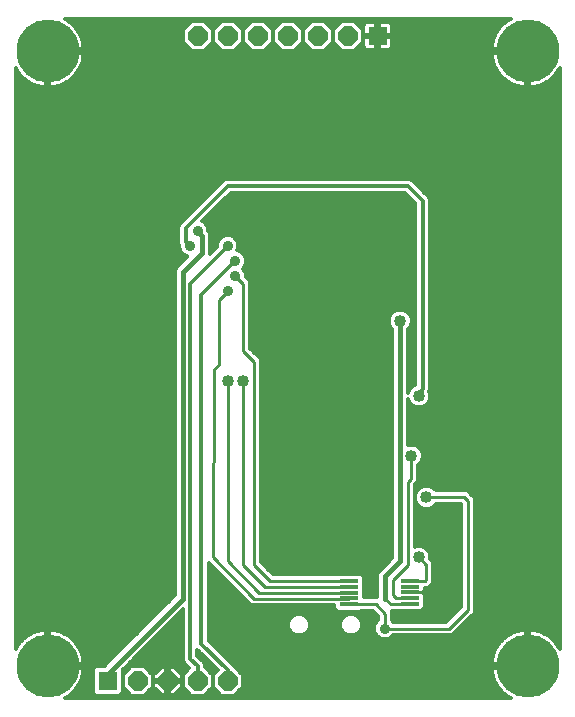
<source format=gbl>
G75*
G70*
%OFA0B0*%
%FSLAX24Y24*%
%IPPOS*%
%LPD*%
%AMOC8*
5,1,8,0,0,1.08239X$1,22.5*
%
%ADD10R,0.0630X0.0118*%
%ADD11R,0.0640X0.0640*%
%ADD12OC8,0.0640*%
%ADD13C,0.2100*%
%ADD14C,0.0350*%
%ADD15C,0.0120*%
%ADD16C,0.0400*%
%ADD17C,0.0100*%
%ADD18C,0.0160*%
D10*
X011570Y008399D03*
X011570Y008596D03*
X011570Y008792D03*
X011570Y008989D03*
X011570Y009186D03*
X013592Y009189D03*
X013592Y008992D03*
X013592Y008796D03*
X013592Y008599D03*
X013592Y008402D03*
D11*
X003521Y005844D03*
X012521Y027344D03*
D12*
X011521Y027344D03*
X010521Y027344D03*
X009521Y027344D03*
X008521Y027344D03*
X007521Y027344D03*
X006521Y027344D03*
X006521Y005844D03*
X005521Y005844D03*
X004521Y005844D03*
X007521Y005844D03*
D13*
X001521Y006344D03*
X001521Y026844D03*
X017521Y026844D03*
X017521Y006344D03*
D14*
X012771Y007594D03*
X007521Y018844D03*
X007771Y019344D03*
X007771Y019844D03*
X007521Y020344D03*
X006521Y020844D03*
X006271Y020344D03*
D15*
X002107Y005283D02*
X002088Y005274D01*
X016954Y005274D01*
X016935Y005283D01*
X016820Y005356D01*
X016714Y005440D01*
X016617Y005536D01*
X016533Y005643D01*
X016460Y005758D01*
X016401Y005880D01*
X016357Y006008D01*
X016326Y006141D01*
X016311Y006276D01*
X016311Y006284D01*
X017461Y006284D01*
X017461Y006404D01*
X017461Y007554D01*
X017453Y007554D01*
X017318Y007539D01*
X017186Y007508D01*
X017057Y007464D01*
X016935Y007405D01*
X016820Y007332D01*
X016714Y007248D01*
X016617Y007151D01*
X016533Y007045D01*
X016460Y006930D01*
X016401Y006808D01*
X016357Y006679D01*
X016326Y006547D01*
X016311Y006412D01*
X016311Y006404D01*
X017461Y006404D01*
X017581Y006404D01*
X017581Y007554D01*
X017589Y007554D01*
X017724Y007539D01*
X017857Y007508D01*
X017985Y007464D01*
X018107Y007405D01*
X018222Y007332D01*
X018329Y007248D01*
X018425Y007151D01*
X018509Y007045D01*
X018582Y006930D01*
X018591Y006911D01*
X018591Y026277D01*
X018582Y026258D01*
X018509Y026143D01*
X018425Y026036D01*
X018329Y025940D01*
X018222Y025856D01*
X018107Y025783D01*
X017985Y025724D01*
X017857Y025679D01*
X017724Y025649D01*
X017589Y025634D01*
X017581Y025634D01*
X017581Y026784D01*
X017461Y026784D01*
X016311Y026784D01*
X016311Y026776D01*
X016326Y026641D01*
X016357Y026508D01*
X016401Y026380D01*
X016460Y026258D01*
X016533Y026143D01*
X016617Y026036D01*
X016714Y025940D01*
X016820Y025856D01*
X016935Y025783D01*
X017057Y025724D01*
X017186Y025679D01*
X017318Y025649D01*
X017453Y025634D01*
X017461Y025634D01*
X017461Y026784D01*
X017461Y026904D01*
X016311Y026904D01*
X016311Y026912D01*
X016326Y027047D01*
X016357Y027179D01*
X016401Y027308D01*
X016460Y027430D01*
X016533Y027545D01*
X016617Y027651D01*
X016714Y027748D01*
X016820Y027832D01*
X016935Y027905D01*
X016954Y027914D01*
X002088Y027914D01*
X002107Y027905D01*
X002222Y027832D01*
X002329Y027748D01*
X002425Y027651D01*
X002509Y027545D01*
X002582Y027430D01*
X002641Y027308D01*
X002686Y027179D01*
X002716Y027047D01*
X002731Y026912D01*
X002731Y026904D01*
X001581Y026904D01*
X001581Y026784D01*
X002731Y026784D01*
X002731Y026776D01*
X002716Y026641D01*
X002686Y026508D01*
X002641Y026380D01*
X002582Y026258D01*
X002509Y026143D01*
X002425Y026036D01*
X002329Y025940D01*
X002222Y025856D01*
X002107Y025783D01*
X001985Y025724D01*
X001857Y025679D01*
X001724Y025649D01*
X001589Y025634D01*
X001581Y025634D01*
X001581Y026784D01*
X001461Y026784D01*
X001461Y025634D01*
X001453Y025634D01*
X001318Y025649D01*
X001186Y025679D01*
X001057Y025724D01*
X000935Y025783D01*
X000820Y025856D01*
X000714Y025940D01*
X000617Y026036D01*
X000533Y026143D01*
X000460Y026258D01*
X000451Y026277D01*
X000451Y006911D01*
X000460Y006930D01*
X000533Y007045D01*
X000617Y007151D01*
X000714Y007248D01*
X000820Y007332D01*
X000935Y007405D01*
X001057Y007464D01*
X001186Y007508D01*
X001318Y007539D01*
X001453Y007554D01*
X001461Y007554D01*
X001461Y006404D01*
X001581Y006404D01*
X001581Y007554D01*
X001589Y007554D01*
X001724Y007539D01*
X001857Y007508D01*
X001985Y007464D01*
X002107Y007405D01*
X002222Y007332D01*
X002329Y007248D01*
X002425Y007151D01*
X002509Y007045D01*
X002582Y006930D01*
X002641Y006808D01*
X002686Y006679D01*
X002716Y006547D01*
X002731Y006412D01*
X002731Y006404D01*
X001581Y006404D01*
X001581Y006284D01*
X002731Y006284D01*
X002731Y006276D01*
X002716Y006141D01*
X002686Y006008D01*
X002641Y005880D01*
X002582Y005758D01*
X002509Y005643D01*
X002425Y005536D01*
X002329Y005440D01*
X002222Y005356D01*
X002107Y005283D01*
X002122Y005292D02*
X016920Y005292D01*
X016750Y005411D02*
X007795Y005411D01*
X007728Y005344D02*
X008021Y005637D01*
X008021Y006051D01*
X007730Y006342D01*
X007725Y006355D01*
X006886Y007193D01*
X006886Y009778D01*
X006924Y009740D01*
X006925Y009740D01*
X008301Y008364D01*
X008491Y008364D01*
X011076Y008364D01*
X011076Y008265D01*
X011181Y008160D01*
X011960Y008160D01*
X011969Y008169D01*
X012371Y008169D01*
X012541Y007999D01*
X012541Y007866D01*
X012470Y007795D01*
X012416Y007665D01*
X012416Y007523D01*
X012470Y007393D01*
X012570Y007293D01*
X012700Y007239D01*
X012842Y007239D01*
X012972Y007293D01*
X013043Y007364D01*
X014991Y007364D01*
X015126Y007499D01*
X015751Y008124D01*
X015751Y008314D01*
X015751Y011939D01*
X015626Y012064D01*
X015626Y012064D01*
X015491Y012199D01*
X014454Y012199D01*
X014361Y012291D01*
X014222Y012349D01*
X014070Y012349D01*
X013931Y012291D01*
X013824Y012184D01*
X013766Y012045D01*
X013766Y011893D01*
X013824Y011754D01*
X013931Y011647D01*
X014070Y011589D01*
X014222Y011589D01*
X014361Y011647D01*
X014454Y011739D01*
X015291Y011739D01*
X015291Y008314D01*
X014801Y007824D01*
X013043Y007824D01*
X013001Y007866D01*
X013001Y007999D01*
X013001Y008172D01*
X013058Y008172D01*
X013193Y008172D01*
X013202Y008163D01*
X013981Y008163D01*
X014087Y008268D01*
X014087Y008465D01*
X014087Y008732D01*
X014067Y008752D01*
X014067Y008795D01*
X014024Y008795D01*
X014023Y008795D01*
X014024Y008796D01*
X014067Y008796D01*
X014067Y008839D01*
X014087Y008859D01*
X014087Y008959D01*
X014212Y008959D01*
X014241Y008989D01*
X014376Y009124D01*
X014376Y009624D01*
X014376Y009814D01*
X014276Y009914D01*
X014276Y010045D01*
X014218Y010184D01*
X014111Y010291D01*
X013972Y010349D01*
X013820Y010349D01*
X013751Y010320D01*
X013751Y012374D01*
X013876Y012499D01*
X013876Y013036D01*
X013968Y013129D01*
X014026Y013268D01*
X014026Y013420D01*
X013968Y013559D01*
X013861Y013666D01*
X013722Y013724D01*
X013570Y013724D01*
X013531Y013708D01*
X013531Y015232D01*
X013574Y015129D01*
X013681Y015022D01*
X013820Y014964D01*
X013972Y014964D01*
X014111Y015022D01*
X014218Y015129D01*
X014276Y015268D01*
X014276Y015420D01*
X014243Y015500D01*
X014257Y015529D01*
X014258Y015538D01*
X014261Y015546D01*
X014261Y015585D01*
X014264Y015625D01*
X014261Y015633D01*
X014261Y021892D01*
X014225Y021980D01*
X014157Y022047D01*
X013657Y022547D01*
X013569Y022584D01*
X013473Y022584D01*
X007473Y022584D01*
X007385Y022547D01*
X007318Y022480D01*
X005918Y021080D01*
X005881Y020992D01*
X005881Y020896D01*
X005881Y020446D01*
X005916Y020362D01*
X005916Y020273D01*
X005970Y020143D01*
X006070Y020043D01*
X006181Y019997D01*
X005801Y019616D01*
X005761Y019521D01*
X005761Y019417D01*
X005761Y008702D01*
X003403Y006344D01*
X003127Y006344D01*
X003021Y006238D01*
X003021Y005449D01*
X003127Y005344D01*
X003916Y005344D01*
X004021Y005449D01*
X004021Y006226D01*
X006031Y008236D01*
X006031Y006642D01*
X006031Y006546D01*
X006068Y006458D01*
X006248Y006278D01*
X006021Y006051D01*
X006021Y005637D01*
X006314Y005344D01*
X006728Y005344D01*
X007021Y005637D01*
X007314Y005344D01*
X007728Y005344D01*
X007914Y005529D02*
X016624Y005529D01*
X016529Y005648D02*
X008021Y005648D01*
X008021Y005766D02*
X016456Y005766D01*
X016400Y005885D02*
X008021Y005885D01*
X008021Y006004D02*
X016358Y006004D01*
X016331Y006122D02*
X007950Y006122D01*
X007831Y006241D02*
X016315Y006241D01*
X016319Y006478D02*
X007602Y006478D01*
X007720Y006359D02*
X017461Y006359D01*
X017461Y006478D02*
X017581Y006478D01*
X017581Y006596D02*
X017461Y006596D01*
X017461Y006715D02*
X017581Y006715D01*
X017581Y006833D02*
X017461Y006833D01*
X017461Y006952D02*
X017581Y006952D01*
X017581Y007070D02*
X017461Y007070D01*
X017461Y007189D02*
X017581Y007189D01*
X017581Y007308D02*
X017461Y007308D01*
X017461Y007426D02*
X017581Y007426D01*
X017581Y007545D02*
X017461Y007545D01*
X017371Y007545D02*
X015172Y007545D01*
X015126Y007499D02*
X015126Y007499D01*
X015053Y007426D02*
X016979Y007426D01*
X016789Y007308D02*
X012987Y007308D01*
X013001Y007900D02*
X014877Y007900D01*
X014996Y008019D02*
X013001Y008019D01*
X013001Y008137D02*
X015114Y008137D01*
X015233Y008256D02*
X014074Y008256D01*
X014087Y008374D02*
X015291Y008374D01*
X015291Y008493D02*
X014087Y008493D01*
X014087Y008611D02*
X015291Y008611D01*
X015291Y008730D02*
X014087Y008730D01*
X014076Y008849D02*
X015291Y008849D01*
X015291Y008967D02*
X014220Y008967D01*
X014338Y009086D02*
X015291Y009086D01*
X015291Y009204D02*
X014376Y009204D01*
X014376Y009323D02*
X015291Y009323D01*
X015291Y009441D02*
X014376Y009441D01*
X014376Y009560D02*
X015291Y009560D01*
X015291Y009678D02*
X014376Y009678D01*
X014376Y009797D02*
X015291Y009797D01*
X015291Y009915D02*
X014276Y009915D01*
X014276Y010034D02*
X015291Y010034D01*
X015291Y010153D02*
X014231Y010153D01*
X014131Y010271D02*
X015291Y010271D01*
X015291Y010390D02*
X013751Y010390D01*
X013751Y010508D02*
X015291Y010508D01*
X015291Y010627D02*
X013751Y010627D01*
X013751Y010745D02*
X015291Y010745D01*
X015291Y010864D02*
X013751Y010864D01*
X013751Y010982D02*
X015291Y010982D01*
X015291Y011101D02*
X013751Y011101D01*
X013751Y011219D02*
X015291Y011219D01*
X015291Y011338D02*
X013751Y011338D01*
X013751Y011457D02*
X015291Y011457D01*
X015291Y011575D02*
X013751Y011575D01*
X013751Y011694D02*
X013884Y011694D01*
X013800Y011812D02*
X013751Y011812D01*
X013751Y011931D02*
X013766Y011931D01*
X013751Y012049D02*
X013768Y012049D01*
X013751Y012168D02*
X013817Y012168D01*
X013751Y012286D02*
X013926Y012286D01*
X013782Y012405D02*
X018591Y012405D01*
X018591Y012523D02*
X013876Y012523D01*
X013876Y012642D02*
X018591Y012642D01*
X018591Y012761D02*
X013876Y012761D01*
X013876Y012879D02*
X018591Y012879D01*
X018591Y012998D02*
X013876Y012998D01*
X013956Y013116D02*
X018591Y013116D01*
X018591Y013235D02*
X014012Y013235D01*
X014026Y013353D02*
X018591Y013353D01*
X018591Y013472D02*
X014004Y013472D01*
X013937Y013590D02*
X018591Y013590D01*
X018591Y013709D02*
X013758Y013709D01*
X013534Y013709D02*
X013531Y013709D01*
X013531Y013827D02*
X018591Y013827D01*
X018591Y013946D02*
X013531Y013946D01*
X013531Y014064D02*
X018591Y014064D01*
X018591Y014183D02*
X013531Y014183D01*
X013531Y014302D02*
X018591Y014302D01*
X018591Y014420D02*
X013531Y014420D01*
X013531Y014539D02*
X018591Y014539D01*
X018591Y014657D02*
X013531Y014657D01*
X013531Y014776D02*
X018591Y014776D01*
X018591Y014894D02*
X013531Y014894D01*
X013531Y015013D02*
X013702Y015013D01*
X013573Y015131D02*
X013531Y015131D01*
X013531Y015456D02*
X013531Y017566D01*
X013593Y017629D01*
X013651Y017768D01*
X013651Y017920D01*
X013593Y018059D01*
X013486Y018166D01*
X013347Y018224D01*
X013195Y018224D01*
X013056Y018166D01*
X012949Y018059D01*
X012891Y017920D01*
X012891Y017768D01*
X012949Y017629D01*
X013011Y017566D01*
X013011Y009952D01*
X012551Y009491D01*
X012511Y009396D01*
X012511Y009292D01*
X012511Y008629D01*
X012065Y008629D01*
X012065Y008729D01*
X012065Y008926D01*
X012065Y009123D01*
X012065Y009320D01*
X011960Y009425D01*
X011181Y009425D01*
X011172Y009416D01*
X009024Y009416D01*
X008626Y009814D01*
X008626Y016374D01*
X008626Y016564D01*
X008251Y016939D01*
X008251Y018999D01*
X008251Y019189D01*
X008126Y019314D01*
X008126Y019415D01*
X008072Y019545D01*
X008023Y019594D01*
X008072Y019643D01*
X008126Y019773D01*
X008126Y019915D01*
X008072Y020045D01*
X007972Y020145D01*
X007845Y020198D01*
X007876Y020273D01*
X007876Y020415D01*
X007822Y020545D01*
X007722Y020645D01*
X007592Y020699D01*
X007450Y020699D01*
X007320Y020645D01*
X007220Y020545D01*
X007166Y020415D01*
X007166Y020328D01*
X006931Y020093D01*
X006931Y020171D01*
X006931Y020642D01*
X006931Y020746D01*
X006891Y020841D01*
X006876Y020857D01*
X006876Y020915D01*
X006822Y021045D01*
X006722Y021145D01*
X006679Y021163D01*
X007621Y022104D01*
X013422Y022104D01*
X013781Y021744D01*
X013781Y015708D01*
X013681Y015666D01*
X013574Y015559D01*
X013531Y015456D01*
X013531Y015487D02*
X013544Y015487D01*
X013531Y015606D02*
X013620Y015606D01*
X013531Y015724D02*
X013781Y015724D01*
X013781Y015843D02*
X013531Y015843D01*
X013531Y015961D02*
X013781Y015961D01*
X013781Y016080D02*
X013531Y016080D01*
X013531Y016198D02*
X013781Y016198D01*
X013781Y016317D02*
X013531Y016317D01*
X013531Y016435D02*
X013781Y016435D01*
X013781Y016554D02*
X013531Y016554D01*
X013531Y016672D02*
X013781Y016672D01*
X013781Y016791D02*
X013531Y016791D01*
X013531Y016910D02*
X013781Y016910D01*
X013781Y017028D02*
X013531Y017028D01*
X013531Y017147D02*
X013781Y017147D01*
X013781Y017265D02*
X013531Y017265D01*
X013531Y017384D02*
X013781Y017384D01*
X013781Y017502D02*
X013531Y017502D01*
X013585Y017621D02*
X013781Y017621D01*
X013781Y017739D02*
X013639Y017739D01*
X013651Y017858D02*
X013781Y017858D01*
X013781Y017976D02*
X013628Y017976D01*
X013557Y018095D02*
X013781Y018095D01*
X013781Y018214D02*
X013372Y018214D01*
X013170Y018214D02*
X008251Y018214D01*
X008251Y018332D02*
X013781Y018332D01*
X013781Y018451D02*
X008251Y018451D01*
X008251Y018569D02*
X013781Y018569D01*
X013781Y018688D02*
X008251Y018688D01*
X008251Y018806D02*
X013781Y018806D01*
X013781Y018925D02*
X008251Y018925D01*
X008251Y019043D02*
X013781Y019043D01*
X013781Y019162D02*
X008251Y019162D01*
X008160Y019280D02*
X013781Y019280D01*
X013781Y019399D02*
X008126Y019399D01*
X008083Y019517D02*
X013781Y019517D01*
X013781Y019636D02*
X008065Y019636D01*
X008118Y019755D02*
X013781Y019755D01*
X013781Y019873D02*
X008126Y019873D01*
X008094Y019992D02*
X013781Y019992D01*
X013781Y020110D02*
X008007Y020110D01*
X007858Y020229D02*
X013781Y020229D01*
X013781Y020347D02*
X007876Y020347D01*
X007855Y020466D02*
X013781Y020466D01*
X013781Y020584D02*
X007783Y020584D01*
X007521Y020344D02*
X006271Y019094D01*
X006271Y006594D01*
X006521Y006344D01*
X006521Y005844D01*
X006831Y006241D02*
X007160Y006241D01*
X007185Y006215D02*
X007021Y006051D01*
X006761Y006311D01*
X006761Y006392D01*
X006725Y006480D01*
X006511Y006693D01*
X006511Y006890D01*
X007185Y006215D01*
X007092Y006122D02*
X006950Y006122D01*
X007021Y006051D02*
X007021Y005637D01*
X007021Y006051D01*
X007021Y006004D02*
X007021Y006004D01*
X007021Y005885D02*
X007021Y005885D01*
X007021Y005766D02*
X007021Y005766D01*
X007021Y005648D02*
X007021Y005648D01*
X006914Y005529D02*
X007129Y005529D01*
X007247Y005411D02*
X006795Y005411D01*
X006247Y005411D02*
X005767Y005411D01*
X005720Y005364D02*
X006001Y005645D01*
X006001Y005804D01*
X005561Y005804D01*
X005561Y005884D01*
X005481Y005884D01*
X005481Y005804D01*
X005041Y005804D01*
X005041Y005645D01*
X005322Y005364D01*
X005481Y005364D01*
X005481Y005804D01*
X005561Y005804D01*
X005561Y005364D01*
X005720Y005364D01*
X005561Y005411D02*
X005481Y005411D01*
X005481Y005529D02*
X005561Y005529D01*
X005561Y005648D02*
X005481Y005648D01*
X005481Y005766D02*
X005561Y005766D01*
X005561Y005884D02*
X006001Y005884D01*
X006001Y006043D01*
X005720Y006324D01*
X005561Y006324D01*
X005561Y005884D01*
X005561Y005885D02*
X005481Y005885D01*
X005481Y005884D02*
X005481Y006324D01*
X005322Y006324D01*
X005041Y006043D01*
X005041Y005884D01*
X005481Y005884D01*
X005481Y006004D02*
X005561Y006004D01*
X005561Y006122D02*
X005481Y006122D01*
X005481Y006241D02*
X005561Y006241D01*
X005803Y006241D02*
X006211Y006241D01*
X006166Y006359D02*
X004154Y006359D01*
X004211Y006241D02*
X004035Y006241D01*
X004021Y006122D02*
X004092Y006122D01*
X004021Y006051D02*
X004021Y005637D01*
X004314Y005344D01*
X004728Y005344D01*
X005021Y005637D01*
X005021Y006051D01*
X004728Y006344D01*
X004314Y006344D01*
X004021Y006051D01*
X004021Y006004D02*
X004021Y006004D01*
X004021Y005885D02*
X004021Y005885D01*
X004021Y005766D02*
X004021Y005766D01*
X004021Y005648D02*
X004021Y005648D01*
X004021Y005529D02*
X004129Y005529D01*
X004247Y005411D02*
X003983Y005411D01*
X003419Y006359D02*
X001581Y006359D01*
X001581Y006478D02*
X001461Y006478D01*
X001461Y006596D02*
X001581Y006596D01*
X001581Y006715D02*
X001461Y006715D01*
X001461Y006833D02*
X001581Y006833D01*
X001581Y006952D02*
X001461Y006952D01*
X001461Y007070D02*
X001581Y007070D01*
X001581Y007189D02*
X001461Y007189D01*
X001461Y007308D02*
X001581Y007308D01*
X001581Y007426D02*
X001461Y007426D01*
X001461Y007545D02*
X001581Y007545D01*
X001672Y007545D02*
X004604Y007545D01*
X004723Y007663D02*
X000451Y007663D01*
X000451Y007545D02*
X001371Y007545D01*
X000979Y007426D02*
X000451Y007426D01*
X000451Y007308D02*
X000789Y007308D01*
X000655Y007189D02*
X000451Y007189D01*
X000451Y007070D02*
X000553Y007070D01*
X000474Y006952D02*
X000451Y006952D01*
X000451Y007782D02*
X004841Y007782D01*
X004960Y007900D02*
X000451Y007900D01*
X000451Y008019D02*
X005078Y008019D01*
X005197Y008137D02*
X000451Y008137D01*
X000451Y008256D02*
X005315Y008256D01*
X005434Y008374D02*
X000451Y008374D01*
X000451Y008493D02*
X005552Y008493D01*
X005671Y008611D02*
X000451Y008611D01*
X000451Y008730D02*
X005761Y008730D01*
X005761Y008849D02*
X000451Y008849D01*
X000451Y008967D02*
X005761Y008967D01*
X005761Y009086D02*
X000451Y009086D01*
X000451Y009204D02*
X005761Y009204D01*
X005761Y009323D02*
X000451Y009323D01*
X000451Y009441D02*
X005761Y009441D01*
X005761Y009560D02*
X000451Y009560D01*
X000451Y009678D02*
X005761Y009678D01*
X005761Y009797D02*
X000451Y009797D01*
X000451Y009915D02*
X005761Y009915D01*
X005761Y010034D02*
X000451Y010034D01*
X000451Y010153D02*
X005761Y010153D01*
X005761Y010271D02*
X000451Y010271D01*
X000451Y010390D02*
X005761Y010390D01*
X005761Y010508D02*
X000451Y010508D01*
X000451Y010627D02*
X005761Y010627D01*
X005761Y010745D02*
X000451Y010745D01*
X000451Y010864D02*
X005761Y010864D01*
X005761Y010982D02*
X000451Y010982D01*
X000451Y011101D02*
X005761Y011101D01*
X005761Y011219D02*
X000451Y011219D01*
X000451Y011338D02*
X005761Y011338D01*
X005761Y011457D02*
X000451Y011457D01*
X000451Y011575D02*
X005761Y011575D01*
X005761Y011694D02*
X000451Y011694D01*
X000451Y011812D02*
X005761Y011812D01*
X005761Y011931D02*
X000451Y011931D01*
X000451Y012049D02*
X005761Y012049D01*
X005761Y012168D02*
X000451Y012168D01*
X000451Y012286D02*
X005761Y012286D01*
X005761Y012405D02*
X000451Y012405D01*
X000451Y012523D02*
X005761Y012523D01*
X005761Y012642D02*
X000451Y012642D01*
X000451Y012761D02*
X005761Y012761D01*
X005761Y012879D02*
X000451Y012879D01*
X000451Y012998D02*
X005761Y012998D01*
X005761Y013116D02*
X000451Y013116D01*
X000451Y013235D02*
X005761Y013235D01*
X005761Y013353D02*
X000451Y013353D01*
X000451Y013472D02*
X005761Y013472D01*
X005761Y013590D02*
X000451Y013590D01*
X000451Y013709D02*
X005761Y013709D01*
X005761Y013827D02*
X000451Y013827D01*
X000451Y013946D02*
X005761Y013946D01*
X005761Y014064D02*
X000451Y014064D01*
X000451Y014183D02*
X005761Y014183D01*
X005761Y014302D02*
X000451Y014302D01*
X000451Y014420D02*
X005761Y014420D01*
X005761Y014539D02*
X000451Y014539D01*
X000451Y014657D02*
X005761Y014657D01*
X005761Y014776D02*
X000451Y014776D01*
X000451Y014894D02*
X005761Y014894D01*
X005761Y015013D02*
X000451Y015013D01*
X000451Y015131D02*
X005761Y015131D01*
X005761Y015250D02*
X000451Y015250D01*
X000451Y015368D02*
X005761Y015368D01*
X005761Y015487D02*
X000451Y015487D01*
X000451Y015606D02*
X005761Y015606D01*
X005761Y015724D02*
X000451Y015724D01*
X000451Y015843D02*
X005761Y015843D01*
X005761Y015961D02*
X000451Y015961D01*
X000451Y016080D02*
X005761Y016080D01*
X005761Y016198D02*
X000451Y016198D01*
X000451Y016317D02*
X005761Y016317D01*
X005761Y016435D02*
X000451Y016435D01*
X000451Y016554D02*
X005761Y016554D01*
X005761Y016672D02*
X000451Y016672D01*
X000451Y016791D02*
X005761Y016791D01*
X005761Y016910D02*
X000451Y016910D01*
X000451Y017028D02*
X005761Y017028D01*
X005761Y017147D02*
X000451Y017147D01*
X000451Y017265D02*
X005761Y017265D01*
X005761Y017384D02*
X000451Y017384D01*
X000451Y017502D02*
X005761Y017502D01*
X005761Y017621D02*
X000451Y017621D01*
X000451Y017739D02*
X005761Y017739D01*
X005761Y017858D02*
X000451Y017858D01*
X000451Y017976D02*
X005761Y017976D01*
X005761Y018095D02*
X000451Y018095D01*
X000451Y018214D02*
X005761Y018214D01*
X005761Y018332D02*
X000451Y018332D01*
X000451Y018451D02*
X005761Y018451D01*
X005761Y018569D02*
X000451Y018569D01*
X000451Y018688D02*
X005761Y018688D01*
X005761Y018806D02*
X000451Y018806D01*
X000451Y018925D02*
X005761Y018925D01*
X005761Y019043D02*
X000451Y019043D01*
X000451Y019162D02*
X005761Y019162D01*
X005761Y019280D02*
X000451Y019280D01*
X000451Y019399D02*
X005761Y019399D01*
X005761Y019517D02*
X000451Y019517D01*
X000451Y019636D02*
X005821Y019636D01*
X005939Y019755D02*
X000451Y019755D01*
X000451Y019873D02*
X006058Y019873D01*
X006176Y019992D02*
X000451Y019992D01*
X000451Y020110D02*
X006003Y020110D01*
X005935Y020229D02*
X000451Y020229D01*
X000451Y020347D02*
X005916Y020347D01*
X005881Y020466D02*
X000451Y020466D01*
X000451Y020584D02*
X005881Y020584D01*
X005881Y020703D02*
X000451Y020703D01*
X000451Y020821D02*
X005881Y020821D01*
X005881Y020940D02*
X000451Y020940D01*
X000451Y021059D02*
X005909Y021059D01*
X006015Y021177D02*
X000451Y021177D01*
X000451Y021296D02*
X006133Y021296D01*
X006252Y021414D02*
X000451Y021414D01*
X000451Y021533D02*
X006370Y021533D01*
X006489Y021651D02*
X000451Y021651D01*
X000451Y021770D02*
X006608Y021770D01*
X006726Y021888D02*
X000451Y021888D01*
X000451Y022007D02*
X006845Y022007D01*
X006963Y022125D02*
X000451Y022125D01*
X000451Y022244D02*
X007082Y022244D01*
X007200Y022363D02*
X000451Y022363D01*
X000451Y022481D02*
X007319Y022481D01*
X007521Y022344D02*
X013521Y022344D01*
X014021Y021844D01*
X014021Y015594D01*
X013896Y015344D01*
X014248Y015487D02*
X018591Y015487D01*
X018591Y015606D02*
X014262Y015606D01*
X014261Y015724D02*
X018591Y015724D01*
X018591Y015843D02*
X014261Y015843D01*
X014261Y015961D02*
X018591Y015961D01*
X018591Y016080D02*
X014261Y016080D01*
X014261Y016198D02*
X018591Y016198D01*
X018591Y016317D02*
X014261Y016317D01*
X014261Y016435D02*
X018591Y016435D01*
X018591Y016554D02*
X014261Y016554D01*
X014261Y016672D02*
X018591Y016672D01*
X018591Y016791D02*
X014261Y016791D01*
X014261Y016910D02*
X018591Y016910D01*
X018591Y017028D02*
X014261Y017028D01*
X014261Y017147D02*
X018591Y017147D01*
X018591Y017265D02*
X014261Y017265D01*
X014261Y017384D02*
X018591Y017384D01*
X018591Y017502D02*
X014261Y017502D01*
X014261Y017621D02*
X018591Y017621D01*
X018591Y017739D02*
X014261Y017739D01*
X014261Y017858D02*
X018591Y017858D01*
X018591Y017976D02*
X014261Y017976D01*
X014261Y018095D02*
X018591Y018095D01*
X018591Y018214D02*
X014261Y018214D01*
X014261Y018332D02*
X018591Y018332D01*
X018591Y018451D02*
X014261Y018451D01*
X014261Y018569D02*
X018591Y018569D01*
X018591Y018688D02*
X014261Y018688D01*
X014261Y018806D02*
X018591Y018806D01*
X018591Y018925D02*
X014261Y018925D01*
X014261Y019043D02*
X018591Y019043D01*
X018591Y019162D02*
X014261Y019162D01*
X014261Y019280D02*
X018591Y019280D01*
X018591Y019399D02*
X014261Y019399D01*
X014261Y019517D02*
X018591Y019517D01*
X018591Y019636D02*
X014261Y019636D01*
X014261Y019755D02*
X018591Y019755D01*
X018591Y019873D02*
X014261Y019873D01*
X014261Y019992D02*
X018591Y019992D01*
X018591Y020110D02*
X014261Y020110D01*
X014261Y020229D02*
X018591Y020229D01*
X018591Y020347D02*
X014261Y020347D01*
X014261Y020466D02*
X018591Y020466D01*
X018591Y020584D02*
X014261Y020584D01*
X014261Y020703D02*
X018591Y020703D01*
X018591Y020821D02*
X014261Y020821D01*
X014261Y020940D02*
X018591Y020940D01*
X018591Y021059D02*
X014261Y021059D01*
X014261Y021177D02*
X018591Y021177D01*
X018591Y021296D02*
X014261Y021296D01*
X014261Y021414D02*
X018591Y021414D01*
X018591Y021533D02*
X014261Y021533D01*
X014261Y021651D02*
X018591Y021651D01*
X018591Y021770D02*
X014261Y021770D01*
X014261Y021888D02*
X018591Y021888D01*
X018591Y022007D02*
X014198Y022007D01*
X014079Y022125D02*
X018591Y022125D01*
X018591Y022244D02*
X013960Y022244D01*
X013842Y022363D02*
X018591Y022363D01*
X018591Y022481D02*
X013723Y022481D01*
X013519Y022007D02*
X007523Y022007D01*
X007405Y021888D02*
X013637Y021888D01*
X013756Y021770D02*
X007286Y021770D01*
X007168Y021651D02*
X013781Y021651D01*
X013781Y021533D02*
X007049Y021533D01*
X006931Y021414D02*
X013781Y021414D01*
X013781Y021296D02*
X006812Y021296D01*
X006694Y021177D02*
X013781Y021177D01*
X013781Y021059D02*
X006808Y021059D01*
X006866Y020940D02*
X013781Y020940D01*
X013781Y020821D02*
X006900Y020821D01*
X006931Y020703D02*
X013781Y020703D01*
X012985Y018095D02*
X008251Y018095D01*
X008251Y017976D02*
X012915Y017976D01*
X012891Y017858D02*
X008251Y017858D01*
X008251Y017739D02*
X012903Y017739D01*
X012957Y017621D02*
X008251Y017621D01*
X008251Y017502D02*
X013011Y017502D01*
X013011Y017384D02*
X008251Y017384D01*
X008251Y017265D02*
X013011Y017265D01*
X013011Y017147D02*
X008251Y017147D01*
X008251Y017028D02*
X013011Y017028D01*
X013011Y016910D02*
X008281Y016910D01*
X008399Y016791D02*
X013011Y016791D01*
X013011Y016672D02*
X008518Y016672D01*
X008626Y016554D02*
X013011Y016554D01*
X013011Y016435D02*
X008626Y016435D01*
X008626Y016317D02*
X013011Y016317D01*
X013011Y016198D02*
X008626Y016198D01*
X008626Y016080D02*
X013011Y016080D01*
X013011Y015961D02*
X008626Y015961D01*
X008626Y015843D02*
X013011Y015843D01*
X013011Y015724D02*
X008626Y015724D01*
X008626Y015606D02*
X013011Y015606D01*
X013011Y015487D02*
X008626Y015487D01*
X008626Y015368D02*
X013011Y015368D01*
X013011Y015250D02*
X008626Y015250D01*
X008626Y015131D02*
X013011Y015131D01*
X013011Y015013D02*
X008626Y015013D01*
X008626Y014894D02*
X013011Y014894D01*
X013011Y014776D02*
X008626Y014776D01*
X008626Y014657D02*
X013011Y014657D01*
X013011Y014539D02*
X008626Y014539D01*
X008626Y014420D02*
X013011Y014420D01*
X013011Y014302D02*
X008626Y014302D01*
X008626Y014183D02*
X013011Y014183D01*
X013011Y014064D02*
X008626Y014064D01*
X008626Y013946D02*
X013011Y013946D01*
X013011Y013827D02*
X008626Y013827D01*
X008626Y013709D02*
X013011Y013709D01*
X013011Y013590D02*
X008626Y013590D01*
X008626Y013472D02*
X013011Y013472D01*
X013011Y013353D02*
X008626Y013353D01*
X008626Y013235D02*
X013011Y013235D01*
X013011Y013116D02*
X008626Y013116D01*
X008626Y012998D02*
X013011Y012998D01*
X013011Y012879D02*
X008626Y012879D01*
X008626Y012761D02*
X013011Y012761D01*
X013011Y012642D02*
X008626Y012642D01*
X008626Y012523D02*
X013011Y012523D01*
X013011Y012405D02*
X008626Y012405D01*
X008626Y012286D02*
X013011Y012286D01*
X013011Y012168D02*
X008626Y012168D01*
X008626Y012049D02*
X013011Y012049D01*
X013011Y011931D02*
X008626Y011931D01*
X008626Y011812D02*
X013011Y011812D01*
X013011Y011694D02*
X008626Y011694D01*
X008626Y011575D02*
X013011Y011575D01*
X013011Y011457D02*
X008626Y011457D01*
X008626Y011338D02*
X013011Y011338D01*
X013011Y011219D02*
X008626Y011219D01*
X008626Y011101D02*
X013011Y011101D01*
X013011Y010982D02*
X008626Y010982D01*
X008626Y010864D02*
X013011Y010864D01*
X013011Y010745D02*
X008626Y010745D01*
X008626Y010627D02*
X013011Y010627D01*
X013011Y010508D02*
X008626Y010508D01*
X008626Y010390D02*
X013011Y010390D01*
X013011Y010271D02*
X008626Y010271D01*
X008626Y010153D02*
X013011Y010153D01*
X013011Y010034D02*
X008626Y010034D01*
X008626Y009915D02*
X012975Y009915D01*
X012856Y009797D02*
X008643Y009797D01*
X008762Y009678D02*
X012738Y009678D01*
X012619Y009560D02*
X008880Y009560D01*
X008999Y009441D02*
X012530Y009441D01*
X012511Y009323D02*
X012062Y009323D01*
X012065Y009204D02*
X012511Y009204D01*
X012511Y009086D02*
X012065Y009086D01*
X012065Y008967D02*
X012511Y008967D01*
X012511Y008849D02*
X012065Y008849D01*
X012065Y008730D02*
X012511Y008730D01*
X012402Y008137D02*
X006886Y008137D01*
X006886Y008019D02*
X009700Y008019D01*
X009703Y008022D02*
X009602Y007921D01*
X009548Y007790D01*
X009548Y007648D01*
X009602Y007517D01*
X009703Y007416D01*
X009834Y007362D01*
X009976Y007362D01*
X010107Y007416D01*
X010208Y007517D01*
X010262Y007648D01*
X010262Y007790D01*
X010208Y007921D01*
X010107Y008022D01*
X009976Y008076D01*
X009834Y008076D01*
X009703Y008022D01*
X009594Y007900D02*
X006886Y007900D01*
X006886Y007782D02*
X009548Y007782D01*
X009548Y007663D02*
X006886Y007663D01*
X006886Y007545D02*
X009591Y007545D01*
X009693Y007426D02*
X006886Y007426D01*
X006886Y007308D02*
X012555Y007308D01*
X012456Y007426D02*
X011849Y007426D01*
X011840Y007416D02*
X011940Y007517D01*
X011994Y007648D01*
X011994Y007790D01*
X011940Y007921D01*
X011840Y008022D01*
X011708Y008076D01*
X011566Y008076D01*
X011435Y008022D01*
X011334Y007921D01*
X011280Y007790D01*
X011280Y007648D01*
X011334Y007517D01*
X011435Y007416D01*
X011566Y007362D01*
X011708Y007362D01*
X011840Y007416D01*
X011952Y007545D02*
X012416Y007545D01*
X012416Y007663D02*
X011994Y007663D01*
X011994Y007782D02*
X012465Y007782D01*
X012541Y007900D02*
X011949Y007900D01*
X011842Y008019D02*
X012521Y008019D01*
X011432Y008019D02*
X010110Y008019D01*
X010216Y007900D02*
X011326Y007900D01*
X011280Y007782D02*
X010262Y007782D01*
X010262Y007663D02*
X011280Y007663D01*
X011323Y007545D02*
X010219Y007545D01*
X010117Y007426D02*
X011425Y007426D01*
X011085Y008256D02*
X006886Y008256D01*
X006886Y008374D02*
X008290Y008374D01*
X008172Y008493D02*
X006886Y008493D01*
X006886Y008611D02*
X008053Y008611D01*
X007935Y008730D02*
X006886Y008730D01*
X006886Y008849D02*
X007816Y008849D01*
X007698Y008967D02*
X006886Y008967D01*
X006886Y009086D02*
X007579Y009086D01*
X007461Y009204D02*
X006886Y009204D01*
X006886Y009323D02*
X007342Y009323D01*
X007223Y009441D02*
X006886Y009441D01*
X006886Y009560D02*
X007105Y009560D01*
X006986Y009678D02*
X006886Y009678D01*
X006031Y008137D02*
X005932Y008137D01*
X006031Y008019D02*
X005814Y008019D01*
X005695Y007900D02*
X006031Y007900D01*
X006031Y007782D02*
X005576Y007782D01*
X005458Y007663D02*
X006031Y007663D01*
X006031Y007545D02*
X005339Y007545D01*
X005221Y007426D02*
X006031Y007426D01*
X006031Y007308D02*
X005102Y007308D01*
X004984Y007189D02*
X006031Y007189D01*
X006031Y007070D02*
X004865Y007070D01*
X004747Y006952D02*
X006031Y006952D01*
X006031Y006833D02*
X004628Y006833D01*
X004510Y006715D02*
X006031Y006715D01*
X006031Y006596D02*
X004391Y006596D01*
X004273Y006478D02*
X006059Y006478D01*
X006092Y006122D02*
X005922Y006122D01*
X006001Y006004D02*
X006021Y006004D01*
X006021Y005885D02*
X006001Y005885D01*
X006001Y005766D02*
X006021Y005766D01*
X006021Y005648D02*
X006001Y005648D01*
X005885Y005529D02*
X006129Y005529D01*
X006761Y006359D02*
X007041Y006359D01*
X006923Y006478D02*
X006725Y006478D01*
X006804Y006596D02*
X006608Y006596D01*
X006686Y006715D02*
X006511Y006715D01*
X006511Y006833D02*
X006567Y006833D01*
X006646Y007094D02*
X007521Y006219D01*
X007521Y005844D01*
X007483Y006596D02*
X016338Y006596D01*
X016369Y006715D02*
X007365Y006715D01*
X007246Y006833D02*
X016414Y006833D01*
X016474Y006952D02*
X007128Y006952D01*
X007009Y007070D02*
X016553Y007070D01*
X016655Y007189D02*
X006890Y007189D01*
X006646Y007094D02*
X006646Y018719D01*
X007771Y019844D01*
X007260Y020584D02*
X006931Y020584D01*
X006931Y020466D02*
X007187Y020466D01*
X007166Y020347D02*
X006931Y020347D01*
X006931Y020229D02*
X007067Y020229D01*
X006948Y020110D02*
X006931Y020110D01*
X006271Y020344D02*
X006121Y020494D01*
X006121Y020944D01*
X007521Y022344D01*
X007314Y026844D02*
X007728Y026844D01*
X008021Y027137D01*
X008021Y027551D01*
X007728Y027844D01*
X007314Y027844D01*
X007021Y027551D01*
X006728Y027844D01*
X006314Y027844D01*
X006021Y027551D01*
X006021Y027137D01*
X006314Y026844D01*
X006728Y026844D01*
X007021Y027137D01*
X007021Y027551D01*
X007021Y027137D01*
X007314Y026844D01*
X007291Y026867D02*
X006751Y026867D01*
X006870Y026986D02*
X007172Y026986D01*
X007054Y027104D02*
X006989Y027104D01*
X007021Y027223D02*
X007021Y027223D01*
X007021Y027341D02*
X007021Y027341D01*
X007021Y027460D02*
X007021Y027460D01*
X006994Y027578D02*
X007049Y027578D01*
X007167Y027697D02*
X006875Y027697D01*
X006757Y027816D02*
X007286Y027816D01*
X007757Y027816D02*
X008286Y027816D01*
X008314Y027844D02*
X008021Y027551D01*
X008021Y027137D01*
X008314Y026844D01*
X008728Y026844D01*
X009021Y027137D01*
X009021Y027551D01*
X008728Y027844D01*
X008314Y027844D01*
X008167Y027697D02*
X007875Y027697D01*
X007994Y027578D02*
X008049Y027578D01*
X008021Y027460D02*
X008021Y027460D01*
X008021Y027341D02*
X008021Y027341D01*
X008021Y027223D02*
X008021Y027223D01*
X007989Y027104D02*
X008054Y027104D01*
X008172Y026986D02*
X007870Y026986D01*
X007751Y026867D02*
X008291Y026867D01*
X008751Y026867D02*
X009291Y026867D01*
X009314Y026844D02*
X009728Y026844D01*
X010021Y027137D01*
X010021Y027551D01*
X009728Y027844D01*
X009314Y027844D01*
X009021Y027551D01*
X009021Y027137D01*
X009314Y026844D01*
X009172Y026986D02*
X008870Y026986D01*
X008989Y027104D02*
X009054Y027104D01*
X009021Y027223D02*
X009021Y027223D01*
X009021Y027341D02*
X009021Y027341D01*
X009021Y027460D02*
X009021Y027460D01*
X008994Y027578D02*
X009049Y027578D01*
X009167Y027697D02*
X008875Y027697D01*
X008757Y027816D02*
X009286Y027816D01*
X009757Y027816D02*
X010286Y027816D01*
X010314Y027844D02*
X010021Y027551D01*
X010021Y027137D01*
X010314Y026844D01*
X010728Y026844D01*
X011021Y027137D01*
X011021Y027551D01*
X010728Y027844D01*
X010314Y027844D01*
X010167Y027697D02*
X009875Y027697D01*
X009994Y027578D02*
X010049Y027578D01*
X010021Y027460D02*
X010021Y027460D01*
X010021Y027341D02*
X010021Y027341D01*
X010021Y027223D02*
X010021Y027223D01*
X009989Y027104D02*
X010054Y027104D01*
X010172Y026986D02*
X009870Y026986D01*
X009751Y026867D02*
X010291Y026867D01*
X010751Y026867D02*
X011291Y026867D01*
X011314Y026844D02*
X011728Y026844D01*
X012021Y027137D01*
X012021Y027551D01*
X011728Y027844D01*
X011314Y027844D01*
X011021Y027551D01*
X011021Y027137D01*
X011314Y026844D01*
X011172Y026986D02*
X010870Y026986D01*
X010989Y027104D02*
X011054Y027104D01*
X011021Y027223D02*
X011021Y027223D01*
X011021Y027341D02*
X011021Y027341D01*
X011021Y027460D02*
X011021Y027460D01*
X010994Y027578D02*
X011049Y027578D01*
X011167Y027697D02*
X010875Y027697D01*
X010757Y027816D02*
X011286Y027816D01*
X011757Y027816D02*
X012149Y027816D01*
X012139Y027813D02*
X012103Y027792D01*
X012073Y027762D01*
X012052Y027726D01*
X012041Y027685D01*
X012041Y027384D01*
X012481Y027384D01*
X012481Y027304D01*
X012041Y027304D01*
X012041Y027003D01*
X012052Y026962D01*
X012073Y026926D01*
X012103Y026896D01*
X012139Y026875D01*
X012180Y026864D01*
X012481Y026864D01*
X012481Y027304D01*
X012561Y027304D01*
X012561Y027384D01*
X012481Y027384D01*
X012481Y027824D01*
X012180Y027824D01*
X012139Y027813D01*
X012044Y027697D02*
X011875Y027697D01*
X011994Y027578D02*
X012041Y027578D01*
X012041Y027460D02*
X012021Y027460D01*
X012021Y027341D02*
X012481Y027341D01*
X012561Y027341D02*
X016418Y027341D01*
X016372Y027223D02*
X013001Y027223D01*
X013001Y027304D02*
X013001Y027003D01*
X012990Y026962D01*
X012969Y026926D01*
X012939Y026896D01*
X012903Y026875D01*
X012862Y026864D01*
X012561Y026864D01*
X012561Y027304D01*
X013001Y027304D01*
X013001Y027384D02*
X013001Y027685D01*
X012990Y027726D01*
X012969Y027762D01*
X012939Y027792D01*
X012903Y027813D01*
X012862Y027824D01*
X012561Y027824D01*
X012561Y027384D01*
X013001Y027384D01*
X013001Y027460D02*
X016479Y027460D01*
X016559Y027578D02*
X013001Y027578D01*
X012998Y027697D02*
X016663Y027697D01*
X016799Y027816D02*
X012893Y027816D01*
X012561Y027816D02*
X012481Y027816D01*
X012481Y027697D02*
X012561Y027697D01*
X012561Y027578D02*
X012481Y027578D01*
X012481Y027460D02*
X012561Y027460D01*
X012561Y027223D02*
X012481Y027223D01*
X012481Y027104D02*
X012561Y027104D01*
X012561Y026986D02*
X012481Y026986D01*
X012481Y026867D02*
X012561Y026867D01*
X012874Y026867D02*
X017461Y026867D01*
X017461Y026749D02*
X017581Y026749D01*
X017581Y026630D02*
X017461Y026630D01*
X017461Y026512D02*
X017581Y026512D01*
X017581Y026393D02*
X017461Y026393D01*
X017461Y026274D02*
X017581Y026274D01*
X017581Y026156D02*
X017461Y026156D01*
X017461Y026037D02*
X017581Y026037D01*
X017581Y025919D02*
X017461Y025919D01*
X017461Y025800D02*
X017581Y025800D01*
X017581Y025682D02*
X017461Y025682D01*
X017179Y025682D02*
X001863Y025682D01*
X001581Y025682D02*
X001461Y025682D01*
X001461Y025800D02*
X001581Y025800D01*
X001581Y025919D02*
X001461Y025919D01*
X001461Y026037D02*
X001581Y026037D01*
X001581Y026156D02*
X001461Y026156D01*
X001461Y026274D02*
X001581Y026274D01*
X001581Y026393D02*
X001461Y026393D01*
X001461Y026512D02*
X001581Y026512D01*
X001581Y026630D02*
X001461Y026630D01*
X001461Y026749D02*
X001581Y026749D01*
X001581Y026867D02*
X006291Y026867D01*
X006172Y026986D02*
X002723Y026986D01*
X002703Y027104D02*
X006054Y027104D01*
X006021Y027223D02*
X002670Y027223D01*
X002625Y027341D02*
X006021Y027341D01*
X006021Y027460D02*
X002563Y027460D01*
X002483Y027578D02*
X006049Y027578D01*
X006167Y027697D02*
X002379Y027697D01*
X002243Y027816D02*
X006286Y027816D01*
X002728Y026749D02*
X016314Y026749D01*
X016329Y026630D02*
X002713Y026630D01*
X002686Y026512D02*
X016356Y026512D01*
X016397Y026393D02*
X002645Y026393D01*
X002590Y026274D02*
X016452Y026274D01*
X016524Y026156D02*
X002518Y026156D01*
X002425Y026037D02*
X016617Y026037D01*
X016740Y025919D02*
X002302Y025919D01*
X002134Y025800D02*
X016908Y025800D01*
X016319Y026986D02*
X012996Y026986D01*
X013001Y027104D02*
X016339Y027104D01*
X017863Y025682D02*
X018591Y025682D01*
X018591Y025800D02*
X018134Y025800D01*
X018302Y025919D02*
X018591Y025919D01*
X018591Y026037D02*
X018425Y026037D01*
X018518Y026156D02*
X018591Y026156D01*
X018590Y026274D02*
X018591Y026274D01*
X018591Y025563D02*
X000451Y025563D01*
X000451Y025445D02*
X018591Y025445D01*
X018591Y025326D02*
X000451Y025326D01*
X000451Y025208D02*
X018591Y025208D01*
X018591Y025089D02*
X000451Y025089D01*
X000451Y024970D02*
X018591Y024970D01*
X018591Y024852D02*
X000451Y024852D01*
X000451Y024733D02*
X018591Y024733D01*
X018591Y024615D02*
X000451Y024615D01*
X000451Y024496D02*
X018591Y024496D01*
X018591Y024378D02*
X000451Y024378D01*
X000451Y024259D02*
X018591Y024259D01*
X018591Y024141D02*
X000451Y024141D01*
X000451Y024022D02*
X018591Y024022D01*
X018591Y023904D02*
X000451Y023904D01*
X000451Y023785D02*
X018591Y023785D01*
X018591Y023666D02*
X000451Y023666D01*
X000451Y023548D02*
X018591Y023548D01*
X018591Y023429D02*
X000451Y023429D01*
X000451Y023311D02*
X018591Y023311D01*
X018591Y023192D02*
X000451Y023192D01*
X000451Y023074D02*
X018591Y023074D01*
X018591Y022955D02*
X000451Y022955D01*
X000451Y022837D02*
X018591Y022837D01*
X018591Y022718D02*
X000451Y022718D01*
X000451Y022600D02*
X018591Y022600D01*
X018591Y015368D02*
X014276Y015368D01*
X014268Y015250D02*
X018591Y015250D01*
X018591Y015131D02*
X014219Y015131D01*
X014090Y015013D02*
X018591Y015013D01*
X018591Y012286D02*
X014366Y012286D01*
X014408Y011694D02*
X015291Y011694D01*
X015751Y011694D02*
X018591Y011694D01*
X018591Y011812D02*
X015751Y011812D01*
X015751Y011931D02*
X018591Y011931D01*
X018591Y012049D02*
X015641Y012049D01*
X015522Y012168D02*
X018591Y012168D01*
X018591Y011575D02*
X015751Y011575D01*
X015751Y011457D02*
X018591Y011457D01*
X018591Y011338D02*
X015751Y011338D01*
X015751Y011219D02*
X018591Y011219D01*
X018591Y011101D02*
X015751Y011101D01*
X015751Y010982D02*
X018591Y010982D01*
X018591Y010864D02*
X015751Y010864D01*
X015751Y010745D02*
X018591Y010745D01*
X018591Y010627D02*
X015751Y010627D01*
X015751Y010508D02*
X018591Y010508D01*
X018591Y010390D02*
X015751Y010390D01*
X015751Y010271D02*
X018591Y010271D01*
X018591Y010153D02*
X015751Y010153D01*
X015751Y010034D02*
X018591Y010034D01*
X018591Y009915D02*
X015751Y009915D01*
X015751Y009797D02*
X018591Y009797D01*
X018591Y009678D02*
X015751Y009678D01*
X015751Y009560D02*
X018591Y009560D01*
X018591Y009441D02*
X015751Y009441D01*
X015751Y009323D02*
X018591Y009323D01*
X018591Y009204D02*
X015751Y009204D01*
X015751Y009086D02*
X018591Y009086D01*
X018591Y008967D02*
X015751Y008967D01*
X015751Y008849D02*
X018591Y008849D01*
X018591Y008730D02*
X015751Y008730D01*
X015751Y008611D02*
X018591Y008611D01*
X018591Y008493D02*
X015751Y008493D01*
X015751Y008374D02*
X018591Y008374D01*
X018591Y008256D02*
X015751Y008256D01*
X015751Y008137D02*
X018591Y008137D01*
X018591Y008019D02*
X015646Y008019D01*
X015528Y007900D02*
X018591Y007900D01*
X018591Y007782D02*
X015409Y007782D01*
X015291Y007663D02*
X018591Y007663D01*
X018591Y007545D02*
X017672Y007545D01*
X018063Y007426D02*
X018591Y007426D01*
X018591Y007308D02*
X018253Y007308D01*
X018387Y007189D02*
X018591Y007189D01*
X018591Y007070D02*
X018489Y007070D01*
X018568Y006952D02*
X018591Y006952D01*
X012168Y026867D02*
X011751Y026867D01*
X011870Y026986D02*
X012046Y026986D01*
X012041Y027104D02*
X011989Y027104D01*
X012021Y027223D02*
X012041Y027223D01*
X001179Y025682D02*
X000451Y025682D01*
X000451Y025800D02*
X000908Y025800D01*
X000740Y025919D02*
X000451Y025919D01*
X000451Y026037D02*
X000617Y026037D01*
X000524Y026156D02*
X000451Y026156D01*
X000451Y026274D02*
X000452Y026274D01*
X002063Y007426D02*
X004486Y007426D01*
X004367Y007308D02*
X002253Y007308D01*
X002387Y007189D02*
X004248Y007189D01*
X004130Y007070D02*
X002489Y007070D01*
X002568Y006952D02*
X004011Y006952D01*
X003893Y006833D02*
X002628Y006833D01*
X002673Y006715D02*
X003774Y006715D01*
X003656Y006596D02*
X002705Y006596D01*
X002724Y006478D02*
X003537Y006478D01*
X003023Y006241D02*
X002727Y006241D01*
X002712Y006122D02*
X003021Y006122D01*
X003021Y006004D02*
X002684Y006004D01*
X002642Y005885D02*
X003021Y005885D01*
X003021Y005766D02*
X002586Y005766D01*
X002513Y005648D02*
X003021Y005648D01*
X003021Y005529D02*
X002418Y005529D01*
X002292Y005411D02*
X003060Y005411D01*
X004795Y005411D02*
X005275Y005411D01*
X005157Y005529D02*
X004914Y005529D01*
X005021Y005648D02*
X005041Y005648D01*
X005041Y005766D02*
X005021Y005766D01*
X005021Y005885D02*
X005041Y005885D01*
X005041Y006004D02*
X005021Y006004D01*
X004950Y006122D02*
X005120Y006122D01*
X005239Y006241D02*
X004831Y006241D01*
D16*
X005521Y008844D03*
X002521Y013344D03*
X004396Y016094D03*
X004271Y017719D03*
X003721Y018869D03*
X002521Y023344D03*
X007021Y023344D03*
X008021Y021344D03*
X009771Y021344D03*
X009771Y022969D03*
X008146Y025344D03*
X011021Y019719D03*
X012021Y017469D03*
X012396Y016094D03*
X013271Y017844D03*
X012731Y019094D03*
X013021Y021844D03*
X015396Y021969D03*
X015396Y020469D03*
X014771Y015844D03*
X013896Y015344D03*
X014646Y014219D03*
X013646Y013344D03*
X014146Y011969D03*
X014271Y011219D03*
X013896Y009969D03*
X011896Y009719D03*
X011396Y011719D03*
X010896Y011719D03*
X010396Y011719D03*
X011696Y013569D03*
X010396Y016094D03*
X008021Y015844D03*
X007521Y015844D03*
X016016Y008469D03*
X016521Y012344D03*
D17*
X015521Y011844D02*
X015521Y008219D01*
X014896Y007594D01*
X012771Y007594D01*
X012771Y008094D01*
X012466Y008399D01*
X011570Y008399D01*
X011570Y008594D02*
X008396Y008594D01*
X007021Y009969D01*
X007071Y016244D01*
X007221Y016394D01*
X007221Y018544D01*
X007521Y018844D01*
X008021Y019094D02*
X007771Y019344D01*
X008021Y019094D02*
X008021Y016844D01*
X008396Y016469D01*
X008396Y009719D01*
X008929Y009186D01*
X011570Y009186D01*
X011570Y008989D02*
X008751Y008989D01*
X008021Y009719D01*
X008021Y015844D01*
X007521Y015844D02*
X007521Y009844D01*
X008573Y008792D01*
X011570Y008792D01*
X011570Y008596D02*
X011570Y008594D01*
X012771Y008594D02*
X012963Y008402D01*
X013592Y008402D01*
X013592Y008599D02*
X013141Y008599D01*
X013021Y008719D01*
X013021Y009219D01*
X013521Y009719D01*
X013521Y012469D01*
X013646Y012594D01*
X013646Y013344D01*
X014146Y011969D02*
X015396Y011969D01*
X015521Y011844D01*
X013896Y009969D02*
X014146Y009719D01*
X014146Y009219D01*
X014116Y009189D01*
X013592Y009189D01*
X013592Y008796D02*
X014723Y008796D01*
X014771Y008844D01*
X013641Y008599D02*
X013592Y008599D01*
D18*
X012771Y009344D02*
X013271Y009844D01*
X013271Y017844D01*
X012771Y009344D02*
X012771Y008594D01*
X006021Y019469D02*
X006671Y020119D01*
X006671Y020694D01*
X006521Y020844D01*
X006021Y019469D02*
X006021Y008594D01*
X003521Y006094D01*
X003521Y005844D01*
M02*

</source>
